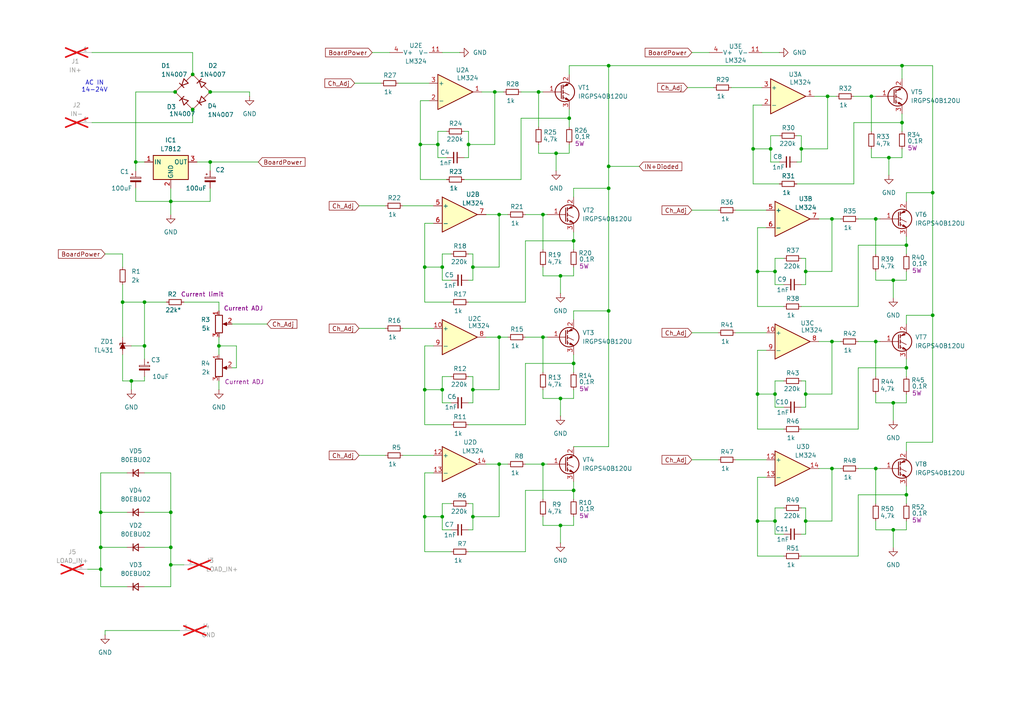
<source format=kicad_sch>
(kicad_sch (version 20250114) (generator "eeschema") (generator_version "9.0")
  (paper "A4")
  (text "AC IN\n14-24V" (at 27.432 25.146 0) (effects (font (size 1.27 1.27))))
  (junction (at 166.37 69.85))
  (junction (at 60.96 26.67))
  (junction (at 41.91 87.63))
  (junction (at 252.73 27.94))
  (junction (at 233.68 114.3))
  (junction (at 137.16 149.86))
  (junction (at 29.21 148.59))
  (junction (at 127 41.91))
  (junction (at 166.37 142.24))
  (junction (at 257.81 45.72))
  (junction (at 224.79 114.3))
  (junction (at 176.53 90.17))
  (junction (at 123.19 113.03))
  (junction (at 254 63.5))
  (junction (at 128.27 77.47))
  (junction (at 166.37 105.41))
  (junction (at 60.96 46.99))
  (junction (at 219.71 78.74))
  (junction (at 223.52 43.18))
  (junction (at 262.89 106.68))
  (junction (at 261.62 19.05))
  (junction (at 144.78 97.79))
  (junction (at 137.16 77.47))
  (junction (at 63.5 100.33))
  (junction (at 157.48 97.79))
  (junction (at 123.19 77.47))
  (junction (at 156.21 26.67))
  (junction (at 41.91 100.33))
  (junction (at 241.3 135.89))
  (junction (at 232.41 43.18))
  (junction (at 55.88 31.75))
  (junction (at 38.1 110.49))
  (junction (at 144.78 134.62))
  (junction (at 176.53 19.05))
  (junction (at 35.56 87.63))
  (junction (at 123.19 149.86))
  (junction (at 29.21 158.75))
  (junction (at 261.62 35.56))
  (junction (at 240.03 27.94))
  (junction (at 157.48 62.23))
  (junction (at 55.88 21.59))
  (junction (at 128.27 113.03))
  (junction (at 49.53 163.83))
  (junction (at 254 99.06))
  (junction (at 259.08 116.84))
  (junction (at 218.44 43.18))
  (junction (at 162.56 152.4))
  (junction (at 233.68 151.13))
  (junction (at 50.8 26.67))
  (junction (at 49.53 148.59))
  (junction (at 241.3 63.5))
  (junction (at 270.51 55.88))
  (junction (at 162.56 115.57))
  (junction (at 262.89 143.51))
  (junction (at 39.37 46.99))
  (junction (at 176.53 48.26))
  (junction (at 162.56 80.01))
  (junction (at 29.21 165.1))
  (junction (at 259.08 153.67))
  (junction (at 165.1 34.29))
  (junction (at 233.68 78.74))
  (junction (at 241.3 99.06))
  (junction (at 224.79 78.74))
  (junction (at 143.51 26.67))
  (junction (at 49.53 158.75))
  (junction (at 128.27 149.86))
  (junction (at 262.89 71.12))
  (junction (at 254 135.89))
  (junction (at 270.51 91.44))
  (junction (at 137.16 113.03))
  (junction (at 259.08 81.28))
  (junction (at 121.92 41.91))
  (junction (at 49.53 58.42))
  (junction (at 157.48 134.62))
  (junction (at 135.89 41.91))
  (junction (at 219.71 114.3))
  (junction (at 161.29 44.45))
  (junction (at 219.71 151.13))
  (junction (at 144.78 62.23))
  (junction (at 176.53 54.61))
  (junction (at 224.79 151.13))
  (wire (pts (xy 36.83 158.75) (xy 29.21 158.75)))
  (wire (pts (xy 144.78 62.23) (xy 144.78 77.47)))
  (wire (pts (xy 151.13 26.67) (xy 156.21 26.67)))
  (wire (pts (xy 144.78 62.23) (xy 147.32 62.23)))
  (wire (pts (xy 135.89 38.1) (xy 135.89 41.91)))
  (wire (pts (xy 224.79 154.94) (xy 224.79 151.13)))
  (wire (pts (xy 49.53 158.75) (xy 49.53 163.83)))
  (wire (pts (xy 129.54 45.72) (xy 127 45.72)))
  (wire (pts (xy 224.79 151.13) (xy 219.71 151.13)))
  (wire (pts (xy 248.92 63.5) (xy 254 63.5)))
  (wire (pts (xy 261.62 19.05) (xy 261.62 22.86)))
  (wire (pts (xy 157.48 115.57) (xy 162.56 115.57)))
  (wire (pts (xy 157.48 62.23) (xy 158.75 62.23)))
  (wire (pts (xy 143.51 26.67) (xy 146.05 26.67)))
  (wire (pts (xy 248.92 161.29) (xy 232.41 161.29)))
  (wire (pts (xy 262.89 93.98) (xy 262.89 91.44)))
  (wire (pts (xy 104.14 95.25) (xy 111.76 95.25)))
  (wire (pts (xy 67.31 93.98) (xy 77.47 93.98)))
  (wire (pts (xy 60.96 49.53) (xy 60.96 46.99)))
  (wire (pts (xy 35.56 102.87) (xy 35.56 110.49)))
  (wire (pts (xy 218.44 43.18) (xy 218.44 30.48)))
  (wire (pts (xy 30.48 73.66) (xy 35.56 73.66)))
  (wire (pts (xy 137.16 109.22) (xy 137.16 113.03)))
  (wire (pts (xy 219.71 66.04) (xy 222.25 66.04)))
  (wire (pts (xy 219.71 101.6) (xy 222.25 101.6)))
  (wire (pts (xy 156.21 44.45) (xy 161.29 44.45)))
  (wire (pts (xy 161.29 44.45) (xy 161.29 49.53)))
  (wire (pts (xy 137.16 116.84) (xy 135.89 116.84)))
  (wire (pts (xy 49.53 158.75) (xy 49.53 148.59)))
  (wire (pts (xy 128.27 113.03) (xy 128.27 109.22)))
  (wire (pts (xy 262.89 104.14) (xy 262.89 106.68)))
  (wire (pts (xy 262.89 58.42) (xy 262.89 55.88)))
  (wire (pts (xy 128.27 149.86) (xy 123.19 149.86)))
  (wire (pts (xy 241.3 135.89) (xy 243.84 135.89)))
  (wire (pts (xy 241.3 135.89) (xy 241.3 151.13)))
  (wire (pts (xy 166.37 67.31) (xy 166.37 69.85)))
  (wire (pts (xy 38.1 110.49) (xy 38.1 113.03)))
  (wire (pts (xy 157.48 149.86) (xy 157.48 152.4)))
  (wire (pts (xy 29.21 148.59) (xy 29.21 137.16)))
  (wire (pts (xy 166.37 115.57) (xy 166.37 113.03)))
  (wire (pts (xy 60.96 46.99) (xy 74.93 46.99)))
  (wire (pts (xy 233.68 118.11) (xy 232.41 118.11)))
  (wire (pts (xy 41.91 87.63) (xy 48.26 87.63)))
  (wire (pts (xy 262.89 128.27) (xy 262.89 130.81)))
  (wire (pts (xy 212.09 25.4) (xy 220.98 25.4)))
  (wire (pts (xy 219.71 88.9) (xy 219.71 78.74)))
  (wire (pts (xy 237.49 63.5) (xy 241.3 63.5)))
  (wire (pts (xy 252.73 27.94) (xy 254 27.94)))
  (wire (pts (xy 224.79 147.32) (xy 227.33 147.32)))
  (wire (pts (xy 241.3 78.74) (xy 233.68 78.74)))
  (wire (pts (xy 165.1 34.29) (xy 151.13 34.29)))
  (wire (pts (xy 144.78 134.62) (xy 144.78 149.86)))
  (wire (pts (xy 166.37 80.01) (xy 166.37 77.47)))
  (wire (pts (xy 144.78 113.03) (xy 137.16 113.03)))
  (wire (pts (xy 232.41 74.93) (xy 233.68 74.93)))
  (wire (pts (xy 241.3 99.06) (xy 241.3 114.3)))
  (wire (pts (xy 41.91 87.63) (xy 41.91 100.33)))
  (wire (pts (xy 166.37 90.17) (xy 176.53 90.17)))
  (wire (pts (xy 262.89 106.68) (xy 248.92 106.68)))
  (wire (pts (xy 49.53 170.18) (xy 41.91 170.18)))
  (wire (pts (xy 157.48 97.79) (xy 158.75 97.79)))
  (wire (pts (xy 152.4 142.24) (xy 152.4 160.02)))
  (wire (pts (xy 116.84 132.08) (xy 125.73 132.08)))
  (wire (pts (xy 259.08 116.84) (xy 259.08 121.92)))
  (wire (pts (xy 220.98 15.24) (xy 226.06 15.24)))
  (wire (pts (xy 127 41.91) (xy 121.92 41.91)))
  (wire (pts (xy 176.53 19.05) (xy 176.53 48.26)))
  (wire (pts (xy 165.1 19.05) (xy 176.53 19.05)))
  (wire (pts (xy 166.37 69.85) (xy 152.4 69.85)))
  (wire (pts (xy 200.66 96.52) (xy 208.28 96.52)))
  (wire (pts (xy 252.73 45.72) (xy 257.81 45.72)))
  (wire (pts (xy 261.62 33.02) (xy 261.62 35.56)))
  (wire (pts (xy 68.58 106.68) (xy 67.31 106.68)))
  (wire (pts (xy 254 135.89) (xy 255.27 135.89)))
  (wire (pts (xy 121.92 41.91) (xy 121.92 29.21)))
  (wire (pts (xy 176.53 48.26) (xy 176.53 54.61)))
  (wire (pts (xy 38.1 100.33) (xy 41.91 100.33)))
  (wire (pts (xy 254 114.3) (xy 254 116.84)))
  (wire (pts (xy 262.89 109.22) (xy 262.89 106.68)))
  (wire (pts (xy 254 99.06) (xy 255.27 99.06)))
  (wire (pts (xy 162.56 115.57) (xy 166.37 115.57)))
  (wire (pts (xy 63.5 100.33) (xy 63.5 102.87)))
  (wire (pts (xy 224.79 114.3) (xy 219.71 114.3)))
  (wire (pts (xy 49.53 58.42) (xy 49.53 62.23)))
  (wire (pts (xy 156.21 26.67) (xy 157.48 26.67)))
  (wire (pts (xy 123.19 149.86) (xy 123.19 137.16)))
  (wire (pts (xy 161.29 44.45) (xy 165.1 44.45)))
  (wire (pts (xy 254 99.06) (xy 254 109.22)))
  (wire (pts (xy 232.41 110.49) (xy 233.68 110.49)))
  (wire (pts (xy 144.78 97.79) (xy 147.32 97.79)))
  (wire (pts (xy 259.08 153.67) (xy 262.89 153.67)))
  (wire (pts (xy 130.81 123.19) (xy 123.19 123.19)))
  (wire (pts (xy 128.27 77.47) (xy 128.27 73.66)))
  (wire (pts (xy 232.41 39.37) (xy 232.41 43.18)))
  (wire (pts (xy 35.56 110.49) (xy 38.1 110.49)))
  (wire (pts (xy 233.68 147.32) (xy 233.68 151.13)))
  (wire (pts (xy 166.37 107.95) (xy 166.37 105.41)))
  (wire (pts (xy 213.36 96.52) (xy 222.25 96.52)))
  (wire (pts (xy 49.53 148.59) (xy 41.91 148.59)))
  (wire (pts (xy 257.81 45.72) (xy 257.81 50.8)))
  (wire (pts (xy 262.89 73.66) (xy 262.89 71.12)))
  (wire (pts (xy 200.66 60.96) (xy 208.28 60.96)))
  (wire (pts (xy 25.4 165.1) (xy 29.21 165.1)))
  (wire (pts (xy 137.16 153.67) (xy 135.89 153.67)))
  (wire (pts (xy 166.37 105.41) (xy 152.4 105.41)))
  (wire (pts (xy 135.89 146.05) (xy 137.16 146.05)))
  (wire (pts (xy 219.71 138.43) (xy 222.25 138.43)))
  (wire (pts (xy 107.95 15.24) (xy 113.03 15.24)))
  (wire (pts (xy 241.3 63.5) (xy 241.3 78.74)))
  (wire (pts (xy 26.67 35.56) (xy 55.88 35.56)))
  (wire (pts (xy 130.81 160.02) (xy 123.19 160.02)))
  (wire (pts (xy 49.53 137.16) (xy 49.53 148.59)))
  (wire (pts (xy 219.71 161.29) (xy 219.71 151.13)))
  (wire (pts (xy 219.71 78.74) (xy 219.71 66.04)))
  (wire (pts (xy 41.91 137.16) (xy 49.53 137.16)))
  (wire (pts (xy 135.89 41.91) (xy 135.89 45.72)))
  (wire (pts (xy 254 81.28) (xy 259.08 81.28)))
  (wire (pts (xy 227.33 124.46) (xy 219.71 124.46)))
  (wire (pts (xy 137.16 146.05) (xy 137.16 149.86)))
  (wire (pts (xy 213.36 133.35) (xy 222.25 133.35)))
  (wire (pts (xy 218.44 53.34) (xy 218.44 43.18)))
  (wire (pts (xy 261.62 35.56) (xy 247.65 35.56)))
  (wire (pts (xy 35.56 87.63) (xy 41.91 87.63)))
  (wire (pts (xy 157.48 134.62) (xy 158.75 134.62)))
  (wire (pts (xy 176.53 48.26) (xy 185.42 48.26)))
  (wire (pts (xy 254 78.74) (xy 254 81.28)))
  (wire (pts (xy 232.41 43.18) (xy 232.41 46.99)))
  (wire (pts (xy 262.89 116.84) (xy 262.89 114.3)))
  (wire (pts (xy 213.36 60.96) (xy 222.25 60.96)))
  (wire (pts (xy 236.22 27.94) (xy 240.03 27.94)))
  (wire (pts (xy 49.53 163.83) (xy 53.34 163.83)))
  (wire (pts (xy 248.92 135.89) (xy 254 135.89)))
  (wire (pts (xy 200.66 133.35) (xy 208.28 133.35)))
  (wire (pts (xy 262.89 146.05) (xy 262.89 143.51)))
  (wire (pts (xy 29.21 165.1) (xy 29.21 170.18)))
  (wire (pts (xy 39.37 54.61) (xy 39.37 58.42)))
  (wire (pts (xy 218.44 30.48) (xy 220.98 30.48)))
  (wire (pts (xy 237.49 135.89) (xy 241.3 135.89)))
  (wire (pts (xy 134.62 38.1) (xy 135.89 38.1)))
  (wire (pts (xy 233.68 110.49) (xy 233.68 114.3)))
  (wire (pts (xy 156.21 41.91) (xy 156.21 44.45)))
  (wire (pts (xy 41.91 110.49) (xy 41.91 109.22)))
  (wire (pts (xy 219.71 114.3) (xy 219.71 101.6)))
  (wire (pts (xy 240.03 27.94) (xy 240.03 43.18)))
  (wire (pts (xy 162.56 152.4) (xy 162.56 157.48)))
  (wire (pts (xy 127 45.72) (xy 127 41.91)))
  (wire (pts (xy 68.58 100.33) (xy 68.58 106.68)))
  (wire (pts (xy 254 151.13) (xy 254 153.67)))
  (wire (pts (xy 254 153.67) (xy 259.08 153.67)))
  (wire (pts (xy 157.48 77.47) (xy 157.48 80.01)))
  (wire (pts (xy 233.68 151.13) (xy 233.68 154.94)))
  (wire (pts (xy 165.1 31.75) (xy 165.1 34.29)))
  (wire (pts (xy 121.92 29.21) (xy 124.46 29.21)))
  (wire (pts (xy 123.19 137.16) (xy 125.73 137.16)))
  (wire (pts (xy 29.21 137.16) (xy 36.83 137.16)))
  (wire (pts (xy 227.33 161.29) (xy 219.71 161.29)))
  (wire (pts (xy 166.37 57.15) (xy 166.37 54.61)))
  (wire (pts (xy 224.79 118.11) (xy 224.79 114.3)))
  (wire (pts (xy 128.27 15.24) (xy 133.35 15.24)))
  (wire (pts (xy 254 116.84) (xy 259.08 116.84)))
  (wire (pts (xy 252.73 43.18) (xy 252.73 45.72)))
  (wire (pts (xy 123.19 160.02) (xy 123.19 149.86)))
  (wire (pts (xy 162.56 115.57) (xy 162.56 120.65)))
  (wire (pts (xy 152.4 69.85) (xy 152.4 87.63)))
  (wire (pts (xy 39.37 58.42) (xy 49.53 58.42)))
  (wire (pts (xy 63.5 97.79) (xy 63.5 100.33)))
  (wire (pts (xy 227.33 154.94) (xy 224.79 154.94)))
  (wire (pts (xy 248.92 99.06) (xy 254 99.06)))
  (wire (pts (xy 270.51 19.05) (xy 270.51 55.88)))
  (wire (pts (xy 130.81 81.28) (xy 128.27 81.28)))
  (wire (pts (xy 224.79 78.74) (xy 224.79 74.93)))
  (wire (pts (xy 157.48 152.4) (xy 162.56 152.4)))
  (wire (pts (xy 143.51 41.91) (xy 135.89 41.91)))
  (wire (pts (xy 39.37 46.99) (xy 41.91 46.99)))
  (wire (pts (xy 232.41 46.99) (xy 231.14 46.99)))
  (wire (pts (xy 55.88 21.59) (xy 55.88 15.24)))
  (wire (pts (xy 162.56 80.01) (xy 166.37 80.01)))
  (wire (pts (xy 116.84 59.69) (xy 125.73 59.69)))
  (wire (pts (xy 123.19 64.77) (xy 125.73 64.77)))
  (wire (pts (xy 226.06 53.34) (xy 218.44 53.34)))
  (wire (pts (xy 240.03 27.94) (xy 242.57 27.94)))
  (wire (pts (xy 247.65 53.34) (xy 231.14 53.34)))
  (wire (pts (xy 176.53 54.61) (xy 176.53 90.17)))
  (wire (pts (xy 262.89 81.28) (xy 262.89 78.74)))
  (wire (pts (xy 60.96 26.67) (xy 72.39 26.67)))
  (wire (pts (xy 219.71 151.13) (xy 219.71 138.43)))
  (wire (pts (xy 152.4 134.62) (xy 157.48 134.62)))
  (wire (pts (xy 254 135.89) (xy 254 146.05)))
  (wire (pts (xy 259.08 153.67) (xy 259.08 158.75)))
  (wire (pts (xy 241.3 99.06) (xy 243.84 99.06)))
  (wire (pts (xy 166.37 144.78) (xy 166.37 142.24)))
  (wire (pts (xy 261.62 19.05) (xy 270.51 19.05)))
  (wire (pts (xy 152.4 160.02) (xy 135.89 160.02)))
  (wire (pts (xy 52.07 182.88) (xy 30.48 182.88)))
  (wire (pts (xy 248.92 106.68) (xy 248.92 124.46)))
  (wire (pts (xy 270.51 91.44) (xy 270.51 128.27)))
  (wire (pts (xy 233.68 154.94) (xy 232.41 154.94)))
  (wire (pts (xy 226.06 46.99) (xy 223.52 46.99)))
  (wire (pts (xy 152.4 62.23) (xy 157.48 62.23)))
  (wire (pts (xy 233.68 74.93) (xy 233.68 78.74)))
  (wire (pts (xy 123.19 77.47) (xy 123.19 64.77)))
  (wire (pts (xy 144.78 134.62) (xy 147.32 134.62)))
  (wire (pts (xy 123.19 100.33) (xy 125.73 100.33)))
  (wire (pts (xy 39.37 49.53) (xy 39.37 46.99)))
  (wire (pts (xy 165.1 21.59) (xy 165.1 19.05)))
  (wire (pts (xy 41.91 100.33) (xy 41.91 104.14)))
  (wire (pts (xy 49.53 163.83) (xy 49.53 170.18)))
  (wire (pts (xy 135.89 45.72) (xy 134.62 45.72)))
  (wire (pts (xy 128.27 153.67) (xy 128.27 149.86)))
  (wire (pts (xy 166.37 129.54) (xy 176.53 129.54)))
  (wire (pts (xy 237.49 99.06) (xy 241.3 99.06)))
  (wire (pts (xy 137.16 73.66) (xy 137.16 77.47)))
  (wire (pts (xy 165.1 36.83) (xy 165.1 34.29)))
  (wire (pts (xy 127 41.91) (xy 127 38.1)))
  (wire (pts (xy 123.19 87.63) (xy 123.19 77.47)))
  (wire (pts (xy 38.1 110.49) (xy 41.91 110.49)))
  (wire (pts (xy 39.37 46.99) (xy 39.37 26.67)))
  (wire (pts (xy 227.33 88.9) (xy 219.71 88.9)))
  (wire (pts (xy 254 63.5) (xy 255.27 63.5)))
  (wire (pts (xy 247.65 35.56) (xy 247.65 53.34)))
  (wire (pts (xy 262.89 153.67) (xy 262.89 151.13)))
  (wire (pts (xy 115.57 24.13) (xy 124.46 24.13)))
  (wire (pts (xy 176.53 19.05) (xy 261.62 19.05)))
  (wire (pts (xy 123.19 113.03) (xy 123.19 100.33)))
  (wire (pts (xy 140.97 97.79) (xy 144.78 97.79)))
  (wire (pts (xy 262.89 91.44) (xy 270.51 91.44)))
  (wire (pts (xy 41.91 158.75) (xy 49.53 158.75)))
  (wire (pts (xy 140.97 62.23) (xy 144.78 62.23)))
  (wire (pts (xy 233.68 78.74) (xy 233.68 82.55)))
  (wire (pts (xy 49.53 58.42) (xy 60.96 58.42)))
  (wire (pts (xy 176.53 90.17) (xy 176.53 129.54)))
  (wire (pts (xy 128.27 73.66) (xy 130.81 73.66)))
  (wire (pts (xy 35.56 82.55) (xy 35.56 87.63)))
  (wire (pts (xy 157.48 97.79) (xy 157.48 107.95)))
  (wire (pts (xy 224.79 114.3) (xy 224.79 110.49)))
  (wire (pts (xy 259.08 116.84) (xy 262.89 116.84)))
  (wire (pts (xy 152.4 97.79) (xy 157.48 97.79)))
  (wire (pts (xy 240.03 43.18) (xy 232.41 43.18)))
  (wire (pts (xy 129.54 52.07) (xy 121.92 52.07)))
  (wire (pts (xy 241.3 63.5) (xy 243.84 63.5)))
  (wire (pts (xy 232.41 147.32) (xy 233.68 147.32)))
  (wire (pts (xy 128.27 146.05) (xy 130.81 146.05)))
  (wire (pts (xy 121.92 52.07) (xy 121.92 41.91)))
  (wire (pts (xy 123.19 123.19) (xy 123.19 113.03)))
  (wire (pts (xy 152.4 105.41) (xy 152.4 123.19)))
  (wire (pts (xy 248.92 124.46) (xy 232.41 124.46)))
  (wire (pts (xy 223.52 43.18) (xy 223.52 39.37)))
  (wire (pts (xy 241.3 114.3) (xy 233.68 114.3)))
  (wire (pts (xy 39.37 26.67) (xy 50.8 26.67)))
  (wire (pts (xy 262.89 71.12) (xy 248.92 71.12)))
  (wire (pts (xy 157.48 113.03) (xy 157.48 115.57)))
  (wire (pts (xy 128.27 109.22) (xy 130.81 109.22)))
  (wire (pts (xy 60.96 58.42) (xy 60.96 54.61)))
  (wire (pts (xy 270.51 55.88) (xy 270.51 91.44)))
  (wire (pts (xy 257.81 45.72) (xy 261.62 45.72)))
  (wire (pts (xy 262.89 140.97) (xy 262.89 143.51)))
  (wire (pts (xy 231.14 39.37) (xy 232.41 39.37)))
  (wire (pts (xy 248.92 88.9) (xy 232.41 88.9)))
  (wire (pts (xy 144.78 149.86) (xy 137.16 149.86)))
  (wire (pts (xy 166.37 142.24) (xy 152.4 142.24)))
  (wire (pts (xy 252.73 27.94) (xy 252.73 38.1)))
  (wire (pts (xy 157.48 62.23) (xy 157.48 72.39)))
  (wire (pts (xy 152.4 123.19) (xy 135.89 123.19)))
  (wire (pts (xy 254 63.5) (xy 254 73.66)))
  (wire (pts (xy 137.16 81.28) (xy 135.89 81.28)))
  (wire (pts (xy 259.08 81.28) (xy 259.08 86.36)))
  (wire (pts (xy 157.48 80.01) (xy 162.56 80.01)))
  (wire (pts (xy 104.14 59.69) (xy 111.76 59.69)))
  (wire (pts (xy 144.78 77.47) (xy 137.16 77.47)))
  (wire (pts (xy 135.89 73.66) (xy 137.16 73.66)))
  (wire (pts (xy 270.51 128.27) (xy 262.89 128.27)))
  (wire (pts (xy 29.21 148.59) (xy 29.21 158.75)))
  (wire (pts (xy 224.79 151.13) (xy 224.79 147.32)))
  (wire (pts (xy 166.37 72.39) (xy 166.37 69.85)))
  (wire (pts (xy 72.39 26.67) (xy 72.39 27.94)))
  (wire (pts (xy 157.48 134.62) (xy 157.48 144.78)))
  (wire (pts (xy 165.1 44.45) (xy 165.1 41.91)))
  (wire (pts (xy 143.51 26.67) (xy 143.51 41.91)))
  (wire (pts (xy 63.5 110.49) (xy 63.5 113.03)))
  (wire (pts (xy 151.13 34.29) (xy 151.13 52.07)))
  (wire (pts (xy 55.88 31.75) (xy 55.88 35.56)))
  (wire (pts (xy 233.68 114.3) (xy 233.68 118.11)))
  (wire (pts (xy 29.21 170.18) (xy 36.83 170.18)))
  (wire (pts (xy 224.79 78.74) (xy 219.71 78.74)))
  (wire (pts (xy 60.96 46.99) (xy 57.15 46.99)))
  (wire (pts (xy 241.3 151.13) (xy 233.68 151.13)))
  (wire (pts (xy 140.97 134.62) (xy 144.78 134.62)))
  (wire (pts (xy 166.37 102.87) (xy 166.37 105.41)))
  (wire (pts (xy 162.56 80.01) (xy 162.56 85.09)))
  (wire (pts (xy 166.37 92.71) (xy 166.37 90.17)))
  (wire (pts (xy 102.87 24.13) (xy 110.49 24.13)))
  (wire (pts (xy 137.16 77.47) (xy 137.16 81.28)))
  (wire (pts (xy 130.81 116.84) (xy 128.27 116.84)))
  (wire (pts (xy 223.52 43.18) (xy 218.44 43.18)))
  (wire (pts (xy 128.27 77.47) (xy 123.19 77.47)))
  (wire (pts (xy 135.89 109.22) (xy 137.16 109.22)))
  (wire (pts (xy 224.79 74.93) (xy 227.33 74.93)))
  (wire (pts (xy 104.14 132.08) (xy 111.76 132.08)))
  (wire (pts (xy 261.62 45.72) (xy 261.62 43.18)))
  (wire (pts (xy 151.13 52.07) (xy 134.62 52.07)))
  (wire (pts (xy 156.21 26.67) (xy 156.21 36.83)))
  (wire (pts (xy 261.62 38.1) (xy 261.62 35.56)))
  (wire (pts (xy 227.33 82.55) (xy 224.79 82.55)))
  (wire (pts (xy 262.89 55.88) (xy 270.51 55.88)))
  (wire (pts (xy 248.92 71.12) (xy 248.92 88.9)))
  (wire (pts (xy 219.71 124.46) (xy 219.71 114.3)))
  (wire (pts (xy 248.92 143.51) (xy 248.92 161.29)))
  (wire (pts (xy 116.84 95.25) (xy 125.73 95.25)))
  (wire (pts (xy 26.67 15.24) (xy 55.88 15.24)))
  (wire (pts (xy 139.7 26.67) (xy 143.51 26.67)))
  (wire (pts (xy 247.65 27.94) (xy 252.73 27.94)))
  (wire (pts (xy 30.48 182.88) (xy 30.48 184.15)))
  (wire (pts (xy 63.5 87.63) (xy 53.34 87.63)))
  (wire (pts (xy 130.81 153.67) (xy 128.27 153.67)))
  (wire (pts (xy 137.16 149.86) (xy 137.16 153.67)))
  (wire (pts (xy 223.52 46.99) (xy 223.52 43.18)))
  (wire (pts (xy 35.56 87.63) (xy 35.56 97.79)))
  (wire (pts (xy 262.89 143.51) (xy 248.92 143.51)))
  (wire (pts (xy 127 38.1) (xy 129.54 38.1)))
  (wire (pts (xy 166.37 152.4) (xy 166.37 149.86)))
  (wire (pts (xy 223.52 39.37) (xy 226.06 39.37)))
  (wire (pts (xy 49.53 54.61) (xy 49.53 58.42)))
  (wire (pts (xy 63.5 100.33) (xy 68.58 100.33)))
  (wire (pts (xy 200.66 15.24) (xy 205.74 15.24)))
  (wire (pts (xy 166.37 54.61) (xy 176.53 54.61)))
  (wire (pts (xy 130.81 87.63) (xy 123.19 87.63)))
  (wire (pts (xy 224.79 110.49) (xy 227.33 110.49)))
  (wire (pts (xy 128.27 81.28) (xy 128.27 77.47)))
  (wire (pts (xy 137.16 113.03) (xy 137.16 116.84)))
  (wire (pts (xy 36.83 148.59) (xy 29.21 148.59)))
  (wire (pts (xy 128.27 149.86) (xy 128.27 146.05)))
  (wire (pts (xy 224.79 82.55) (xy 224.79 78.74)))
  (wire (pts (xy 128.27 116.84) (xy 128.27 113.03)))
  (wire (pts (xy 144.78 97.79) (xy 144.78 113.03)))
  (wire (pts (xy 35.56 73.66) (xy 35.56 77.47)))
  (wire (pts (xy 166.37 139.7) (xy 166.37 142.24)))
  (wire (pts (xy 262.89 68.58) (xy 262.89 71.12)))
  (wire (pts (xy 199.39 25.4) (xy 207.01 25.4)))
  (wire (pts (xy 128.27 113.03) (xy 123.19 113.03)))
  (wire (pts (xy 259.08 81.28) (xy 262.89 81.28)))
  (wire (pts (xy 227.33 118.11) (xy 224.79 118.11)))
  (wire (pts (xy 63.5 90.17) (xy 63.5 87.63)))
  (wire (pts (xy 233.68 82.55) (xy 232.41 82.55)))
  (wire (pts (xy 152.4 87.63) (xy 135.89 87.63)))
  (wire (pts (xy 29.21 158.75) (xy 29.21 165.1)))
  (wire (pts (xy 162.56 152.4) (xy 166.37 152.4)))
  (global_label "Ch_Adj" (shape input) (at 200.66 133.35 180) (property "Intersheetrefs" "${INTERSHEET_REFS}" (effects (hide yes))))
  (global_label "BoardPower" (shape input) (at 107.95 15.24 180) (property "Intersheetrefs" "${INTERSHEET_REFS}" (effects (hide yes))))
  (global_label "IN+Dioded" (shape input) (at 185.42 48.26 0) (property "Intersheetrefs" "${INTERSHEET_REFS}" (effects (hide yes))))
  (global_label "Ch_Adj" (shape input) (at 102.87 24.13 180) (property "Intersheetrefs" "${INTERSHEET_REFS}" (effects (hide yes))))
  (global_label "Ch_Adj" (shape input) (at 104.14 95.25 180) (property "Intersheetrefs" "${INTERSHEET_REFS}" (effects (hide yes))))
  (global_label "Ch_Adj" (shape input) (at 199.39 25.4 180) (property "Intersheetrefs" "${INTERSHEET_REFS}" (effects (hide yes))))
  (global_label "Ch_Adj" (shape input) (at 200.66 96.52 180) (property "Intersheetrefs" "${INTERSHEET_REFS}" (effects (hide yes))))
  (global_label "Ch_Adj" (shape input) (at 200.66 60.96 180) (property "Intersheetrefs" "${INTERSHEET_REFS}" (effects (hide yes))))
  (global_label "Ch_Adj" (shape input) (at 77.47 93.98 0) (property "Intersheetrefs" "${INTERSHEET_REFS}" (effects (hide yes))))
  (global_label "Ch_Adj" (shape input) (at 104.14 132.08 180) (property "Intersheetrefs" "${INTERSHEET_REFS}" (effects (hide yes))))
  (global_label "Ch_Adj" (shape input) (at 104.14 59.69 180) (property "Intersheetrefs" "${INTERSHEET_REFS}" (effects (hide yes))))
  (global_label "BoardPower" (shape input) (at 200.66 15.24 180) (property "Intersheetrefs" "${INTERSHEET_REFS}" (effects (hide yes))))
  (global_label "BoardPower" (shape input) (at 74.93 46.99 0) (property "Intersheetrefs" "${INTERSHEET_REFS}" (effects (hide yes))))
  (global_label "BoardPower" (shape input) (at 30.48 73.66 180) (property "Intersheetrefs" "${INTERSHEET_REFS}" (effects (hide yes))))
  (symbol (lib_id "Device:R_Small") (at 133.35 73.66 90) (unit 1)
    (property "Reference" "R18" (at 135.382 71.374 90) (effects (justify left)))
    (property "Value" "220k" (at 135.636 75.946 90) (effects (justify left)))
    (property "Footprint" "Resistor_THT:R_Axial_DIN0204_L3.6mm_D1.6mm_P7.62mm_Horizontal" (effects (hide yes)))
    (property "Description" "Resistor, small symbol" (effects (hide yes)))
  )
  (symbol (lib_id "Device:R_Small") (at 157.48 147.32 180) (unit 1)
    (property "Reference" "R9" (at 162.814 146.304 0) (effects (justify left)))
    (property "Value" "4,7k" (at 163.068 148.336 0) (effects (justify left)))
    (property "Footprint" "Resistor_THT:R_Axial_DIN0204_L3.6mm_D1.6mm_P7.62mm_Horizontal" (effects (hide yes)))
    (property "Description" "Resistor, small symbol" (effects (hide yes)))
  )
  (symbol (lib_id "Device:R_Small") (at 252.73 40.64 180) (unit 1)
    (property "Reference" "R33" (at 258.064 39.624 0) (effects (justify left)))
    (property "Value" "4,7k" (at 258.318 41.656 0) (effects (justify left)))
    (property "Footprint" "Resistor_THT:R_Axial_DIN0204_L3.6mm_D1.6mm_P7.62mm_Horizontal" (effects (hide yes)))
    (property "Description" "Resistor, small symbol" (effects (hide yes)))
  )
  (symbol (lib_id "Device:C_Polarized_Small") (at 41.91 106.68 0) (mirror y) (unit 1)
    (property "Reference" "C3" (at 46.482 104.394 0) (effects (justify left)))
    (property "Value" "10uF" (at 49.022 109.22 0) (effects (justify left)))
    (property "Footprint" "Capacitor_THT:CP_Radial_D5.0mm_P2.50mm" (effects (hide yes)))
    (property "Description" "Polarized capacitor, small symbol" (effects (hide yes)))
  )
  (symbol (lib_id "Device:R_Small") (at 149.86 97.79 90) (unit 1)
    (property "Reference" "R15" (at 151.892 95.504 90) (effects (justify left)))
    (property "Value" "1k" (at 150.622 100.33 90) (effects (justify left)))
    (property "Footprint" "Resistor_THT:R_Axial_DIN0204_L3.6mm_D1.6mm_P7.62mm_Horizontal" (effects (hide yes)))
    (property "Description" "Resistor, small symbol" (effects (hide yes)))
  )
  (symbol (lib_id "Amplifier_Operational:LM324") (at 133.35 97.79 0) (unit 3)
    (property "Reference" "U2" (at 137.668 92.456 0))
    (property "Value" "LM324" (at 138.938 94.488 0))
    (property "Footprint" "Package_DIP:DIP-14_W7.62mm_LongPads" (effects (hide yes)))
    (property "Datasheet" "http://www.ti.com/lit/ds/symlink/lm2902-n.pdf" (effects (hide yes)))
    (property "Description" "Low-Power, Quad-Operational Amplifiers, DIP-14/SOIC-14/SSOP-14" (effects (hide yes)))
  )
  (symbol (lib_id "Device:R_Small") (at 262.89 148.59 180) (unit 1)
    (property "Reference" "R52" (at 268.224 147.066 0) (effects (justify left)))
    (property "Value" "0,1R" (at 268.986 148.844 0) (effects (justify left)))
    (property "Footprint" "Resistor_THT:R_Axial_DIN0309_L9.0mm_D3.2mm_P25.40mm_Horizontal" (effects (hide yes)))
    (property "Description" "5W" (at 265.938 150.876 0))
  )
  (symbol (lib_id "Device:R_Small") (at 228.6 39.37 90) (unit 1)
    (property "Reference" "R30" (at 230.632 37.084 90) (effects (justify left)))
    (property "Value" "220k" (at 230.886 41.656 90) (effects (justify left)))
    (property "Footprint" "Resistor_THT:R_Axial_DIN0204_L3.6mm_D1.6mm_P7.62mm_Horizontal" (effects (hide yes)))
    (property "Description" "Resistor, small symbol" (effects (hide yes)))
  )
  (symbol (lib_id "Connector:Conn_01x01_Socket") (at 21.59 15.24 180) (unit 1) (in_bom no) (dnp yes)
    (property "Reference" "J1" (at 21.844 17.78 0))
    (property "Value" "IN+" (at 21.844 20.32 0))
    (property "Footprint" "Connector_Wire:SolderWire-2.5sqmm_1x01_D2.4mm_OD4.4mm" (effects (hide yes)))
    (property "Description" "Generic connector, single row, 01x01, script generated" (effects (hide yes)))
  )
  (symbol (lib_id "power:GND") (at 257.81 50.8 0) (unit 1)
    (property "Reference" "#PWR011" (effects (hide yes)))
    (property "Value" "GND" (at 257.81 55.88 0))
    (property "Description" "Power symbol creates a global label with name \"GND\" , ground" (effects (hide yes)))
  )
  (symbol (lib_id "Device:R_Small") (at 165.1 39.37 180) (unit 1)
    (property "Reference" "R26" (at 170.434 37.846 0) (effects (justify left)))
    (property "Value" "0,1R" (at 171.196 39.624 0) (effects (justify left)))
    (property "Footprint" "Resistor_THT:R_Axial_DIN0309_L9.0mm_D3.2mm_P25.40mm_Horizontal" (effects (hide yes)))
    (property "Description" "5W" (at 168.148 41.656 0))
  )
  (symbol (lib_id "Amplifier_Operational:LM324") (at 133.35 62.23 0) (unit 2)
    (property "Reference" "U2" (at 137.16 56.388 0))
    (property "Value" "LM324" (at 137.16 58.928 0))
    (property "Footprint" "Package_DIP:DIP-14_W7.62mm_LongPads" (effects (hide yes)))
    (property "Datasheet" "http://www.ti.com/lit/ds/symlink/lm2902-n.pdf" (effects (hide yes)))
    (property "Description" "Low-Power, Quad-Operational Amplifiers, DIP-14/SOIC-14/SSOP-14" (effects (hide yes)))
  )
  (symbol (lib_id "Amplifier_Operational:LM324") (at 132.08 26.67 0) (unit 1)
    (property "Reference" "U2" (at 134.112 20.32 0))
    (property "Value" "LM324" (at 135.636 22.606 0))
    (property "Footprint" "Package_DIP:DIP-14_W7.62mm_LongPads" (effects (hide yes)))
    (property "Datasheet" "http://www.ti.com/lit/ds/symlink/lm2902-n.pdf" (effects (hide yes)))
    (property "Description" "Low-Power, Quad-Operational Amplifiers, DIP-14/SOIC-14/SSOP-14" (effects (hide yes)))
  )
  (symbol (lib_id "Device:R_Small") (at 149.86 134.62 90) (unit 1)
    (property "Reference" "R8" (at 151.892 132.334 90) (effects (justify left)))
    (property "Value" "1k" (at 150.622 137.16 90) (effects (justify left)))
    (property "Footprint" "Resistor_THT:R_Axial_DIN0204_L3.6mm_D1.6mm_P7.62mm_Horizontal" (effects (hide yes)))
    (property "Description" "Resistor, small symbol" (effects (hide yes)))
  )
  (symbol (lib_id "Device:R_Small") (at 114.3 95.25 90) (unit 1)
    (property "Reference" "R16" (at 116.332 92.964 90) (effects (justify left)))
    (property "Value" "1k" (at 115.062 97.79 90) (effects (justify left)))
    (property "Footprint" "Resistor_THT:R_Axial_DIN0204_L3.6mm_D1.6mm_P7.62mm_Horizontal" (effects (hide yes)))
    (property "Description" "Resistor, small symbol" (effects (hide yes)))
  )
  (symbol (lib_id "Connector:Conn_01x01_Socket") (at 21.59 35.56 180) (unit 1) (in_bom no) (dnp yes)
    (property "Reference" "J2" (at 22.225 30.48 0))
    (property "Value" "IN-" (at 22.225 33.02 0))
    (property "Footprint" "Connector_Wire:SolderWire-2.5sqmm_1x01_D2.4mm_OD4.4mm" (effects (hide yes)))
    (property "Description" "Generic connector, single row, 01x01, script generated" (effects (hide yes)))
  )
  (symbol (lib_id "Device:C_Small") (at 229.87 118.11 270) (unit 1)
    (property "Reference" "C10" (at 226.822 116.586 90))
    (property "Value" "1nF" (at 227.076 119.634 90))
    (property "Footprint" "Capacitor_THT:C_Axial_L3.8mm_D2.6mm_P7.50mm_Horizontal" (effects (hide yes)))
    (property "Description" "Unpolarized capacitor, small symbol" (effects (hide yes)))
  )
  (symbol (lib_id "Device:R_Small") (at 113.03 24.13 90) (unit 1)
    (property "Reference" "R27" (at 115.062 21.844 90) (effects (justify left)))
    (property "Value" "1k" (at 113.792 26.67 90) (effects (justify left)))
    (property "Footprint" "Resistor_THT:R_Axial_DIN0204_L3.6mm_D1.6mm_P7.62mm_Horizontal" (effects (hide yes)))
    (property "Description" "Resistor, small symbol" (effects (hide yes)))
  )
  (symbol (lib_id "Device:R_Potentiometer") (at 63.5 93.98 0) (unit 1)
    (property "Reference" "R3" (at 60.96 92.7099 0) (effects (justify right)))
    (property "Value" "5k" (at 60.96 95.2499 0) (effects (justify right)))
    (property "Footprint" "Potentiometer_THT:Potentiometer_Bourns_3386F_Vertical" (effects (hide yes)))
    (property "Description" "Current ADJ" (at 70.612 89.408 0))
  )
  (symbol (lib_id "Device:R_Small") (at 262.89 76.2 180) (unit 1)
    (property "Reference" "R40" (at 268.224 74.676 0) (effects (justify left)))
    (property "Value" "0,1R" (at 268.986 76.454 0) (effects (justify left)))
    (property "Footprint" "Resistor_THT:R_Axial_DIN0309_L9.0mm_D3.2mm_P25.40mm_Horizontal" (effects (hide yes)))
    (property "Description" "5W" (at 265.938 78.486 0))
  )
  (symbol (lib_id "Device:R_Small") (at 133.35 87.63 90) (unit 1)
    (property "Reference" "R17" (at 135.382 85.344 90) (effects (justify left)))
    (property "Value" "1k" (at 134.112 90.17 90) (effects (justify left)))
    (property "Footprint" "Resistor_THT:R_Axial_DIN0204_L3.6mm_D1.6mm_P7.62mm_Horizontal" (effects (hide yes)))
    (property "Description" "Resistor, small symbol" (effects (hide yes)))
  )
  (symbol (lib_id "Device:R_Small") (at 229.87 161.29 90) (unit 1)
    (property "Reference" "R51" (at 231.902 159.004 90) (effects (justify left)))
    (property "Value" "1k" (at 230.632 163.83 90) (effects (justify left)))
    (property "Footprint" "Resistor_THT:R_Axial_DIN0204_L3.6mm_D1.6mm_P7.62mm_Horizontal" (effects (hide yes)))
    (property "Description" "Resistor, small symbol" (effects (hide yes)))
  )
  (symbol (lib_id "Device:C_Small") (at 133.35 153.67 270) (unit 1)
    (property "Reference" "C7" (at 130.302 152.146 90))
    (property "Value" "1nF" (at 130.556 155.194 90))
    (property "Footprint" "Capacitor_THT:C_Axial_L3.8mm_D2.6mm_P7.50mm_Horizontal" (effects (hide yes)))
    (property "Description" "Unpolarized capacitor, small symbol" (effects (hide yes)))
  )
  (symbol (lib_id "Regulator_Linear:L7812") (at 49.53 46.99 0) (unit 1)
    (property "Reference" "IC1" (at 49.53 40.64 0))
    (property "Value" "L7812" (at 49.53 43.18 0))
    (property "Footprint" "Package_TO_SOT_THT:TO-220-3_Vertical" (effects (hide yes)))
    (property "Datasheet" "http://www.st.com/content/ccc/resource/technical/document/datasheet/41/4f/b3/b0/12/d4/47/88/CD00000444.pdf/files/CD00000444.pdf/jcr:content/translations/en.CD00000444.pdf" (effects (hide yes)))
    (property "Description" "Positive 1.5A 35V Linear Regulator, Fixed Output 12V, TO-220/TO-263/TO-252" (effects (hide yes)))
  )
  (symbol (lib_id "Device:R_Small") (at 261.62 40.64 180) (unit 1)
    (property "Reference" "R34" (at 266.954 39.116 0) (effects (justify left)))
    (property "Value" "0,1R" (at 267.716 40.894 0) (effects (justify left)))
    (property "Footprint" "Resistor_THT:R_Axial_DIN0309_L9.0mm_D3.2mm_P25.40mm_Horizontal" (effects (hide yes)))
    (property "Description" "5W" (at 264.668 42.926 0))
  )
  (symbol (lib_id "Device:R_Small") (at 132.08 52.07 90) (unit 1)
    (property "Reference" "R23" (at 134.112 49.784 90) (effects (justify left)))
    (property "Value" "1k" (at 132.842 54.61 90) (effects (justify left)))
    (property "Footprint" "Resistor_THT:R_Axial_DIN0204_L3.6mm_D1.6mm_P7.62mm_Horizontal" (effects (hide yes)))
    (property "Description" "Resistor, small symbol" (effects (hide yes)))
  )
  (symbol (lib_id "power:GND") (at 63.5 113.03 0) (unit 1)
    (property "Reference" "#PWR04" (effects (hide yes)))
    (property "Value" "GND" (at 63.5 118.11 0))
    (property "Description" "Power symbol creates a global label with name \"GND\" , ground" (effects (hide yes)))
  )
  (symbol (lib_id "Device:R_Small") (at 133.35 123.19 90) (unit 1)
    (property "Reference" "R11" (at 135.382 120.904 90) (effects (justify left)))
    (property "Value" "1k" (at 134.112 125.73 90) (effects (justify left)))
    (property "Footprint" "Resistor_THT:R_Axial_DIN0204_L3.6mm_D1.6mm_P7.62mm_Horizontal" (effects (hide yes)))
    (property "Description" "Resistor, small symbol" (effects (hide yes)))
  )
  (symbol (lib_id "Device:R_Potentiometer") (at 63.5 106.68 0) (unit 1)
    (property "Reference" "R4" (at 60.96 105.4099 0) (effects (justify right)))
    (property "Value" "2k" (at 60.96 107.9499 0) (effects (justify right)))
    (property "Footprint" "Potentiometer_THT:Potentiometer_Bourns_3386F_Vertical" (effects (hide yes)))
    (property "Description" "Current ADJ" (at 70.866 110.744 0))
  )
  (symbol (lib_id "Device:R_Small") (at 254 148.59 180) (unit 1)
    (property "Reference" "R50" (at 259.334 147.574 0) (effects (justify left)))
    (property "Value" "4,7k" (at 259.588 149.606 0) (effects (justify left)))
    (property "Footprint" "Resistor_THT:R_Axial_DIN0204_L3.6mm_D1.6mm_P7.62mm_Horizontal" (effects (hide yes)))
    (property "Description" "Resistor, small symbol" (effects (hide yes)))
  )
  (symbol (lib_id "Device:R_Small") (at 246.38 63.5 90) (unit 1)
    (property "Reference" "R35" (at 248.412 61.214 90) (effects (justify left)))
    (property "Value" "1k" (at 247.142 66.04 90) (effects (justify left)))
    (property "Footprint" "Resistor_THT:R_Axial_DIN0204_L3.6mm_D1.6mm_P7.62mm_Horizontal" (effects (hide yes)))
    (property "Description" "Resistor, small symbol" (effects (hide yes)))
  )
  (symbol (lib_id "Device:R_Small") (at 209.55 25.4 90) (unit 1)
    (property "Reference" "R29" (at 211.582 23.114 90) (effects (justify left)))
    (property "Value" "1k" (at 210.312 27.94 90) (effects (justify left)))
    (property "Footprint" "Resistor_THT:R_Axial_DIN0204_L3.6mm_D1.6mm_P7.62mm_Horizontal" (effects (hide yes)))
    (property "Description" "Resistor, small symbol" (effects (hide yes)))
  )
  (symbol (lib_id "Device:R_Small") (at 210.82 60.96 90) (unit 1)
    (property "Reference" "R36" (at 212.852 58.674 90) (effects (justify left)))
    (property "Value" "1k" (at 211.582 63.5 90) (effects (justify left)))
    (property "Footprint" "Resistor_THT:R_Axial_DIN0204_L3.6mm_D1.6mm_P7.62mm_Horizontal" (effects (hide yes)))
    (property "Description" "Resistor, small symbol" (effects (hide yes)))
  )
  (symbol (lib_id "Device:R_Small") (at 35.56 80.01 0) (unit 1)
    (property "Reference" "R1" (at 38.1 78.7399 0) (effects (justify left)))
    (property "Value" "2k" (at 38.1 81.2799 0) (effects (justify left)))
    (property "Footprint" "Resistor_THT:R_Axial_DIN0204_L3.6mm_D1.6mm_P7.62mm_Horizontal" (effects (hide yes)))
    (property "Description" "Resistor, small symbol" (effects (hide yes)))
  )
  (symbol (lib_id "Device:R_Small") (at 50.8 87.63 90) (unit 1)
    (property "Reference" "R2" (at 51.308 85.344 90) (effects (justify left)))
    (property "Value" "22k*" (at 52.578 89.916 90) (effects (justify left)))
    (property "Footprint" "Resistor_THT:R_Axial_DIN0204_L3.6mm_D1.6mm_P7.62mm_Horizontal" (effects (hide yes)))
    (property "Description" "Current limit" (at 58.674 85.344 90))
  )
  (symbol (lib_id "power:GND") (at 162.56 120.65 0) (unit 1)
    (property "Reference" "#PWR08" (effects (hide yes)))
    (property "Value" "GND" (at 162.56 125.73 0))
    (property "Description" "Power symbol creates a global label with name \"GND\" , ground" (effects (hide yes)))
  )
  (symbol (lib_id "Transistor_IGBT:IRG4PF50W") (at 163.83 62.23 0) (unit 1)
    (property "Reference" "VT2" (at 168.91 60.9599 0) (effects (justify left)))
    (property "Value" "IRGPS40B120U" (at 168.91 63.4999 0) (effects (justify left)))
    (property "Footprint" "Package_TO_SOT_THT:TO-247-3_Vertical" (effects (hide yes)))
    (property "Datasheet" "http://www.irf.com/product-info/datasheets/data/irg4pf50w.pdf" (effects (hide yes)))
    (property "Description" "28A, 900V, N-Channel IGBT" (effects (hide yes)))
  )
  (symbol (lib_id "Device:C_Small") (at 229.87 82.55 270) (unit 1)
    (property "Reference" "C9" (at 226.822 81.026 90))
    (property "Value" "1nF" (at 227.076 84.074 90))
    (property "Footprint" "Capacitor_THT:C_Axial_L3.8mm_D2.6mm_P7.50mm_Horizontal" (effects (hide yes)))
    (property "Description" "Unpolarized capacitor, small symbol" (effects (hide yes)))
  )
  (symbol (lib_id "power:GND") (at 259.08 121.92 0) (unit 1)
    (property "Reference" "#PWR013" (effects (hide yes)))
    (property "Value" "GND" (at 259.08 127 0))
    (property "Description" "Power symbol creates a global label with name \"GND\" , ground" (effects (hide yes)))
  )
  (symbol (lib_id "Device:D_Small") (at 39.37 148.59 0) (unit 1)
    (property "Reference" "VD4" (at 39.37 142.24 0))
    (property "Value" "80EBU02" (at 39.37 144.78 0))
    (property "Footprint" "Package_TO_SOT_THT:TO-247-3_Vertical" (effects (hide yes)))
    (property "Description" "Diode, small symbol" (effects (hide yes)))
    (property "Sim.Device" "D" (effects (hide yes)))
    (property "Sim.Pins" "1=K 2=A" (effects (hide yes)))
  )
  (symbol (lib_id "Device:C_Small") (at 132.08 45.72 270) (unit 1)
    (property "Reference" "C4" (at 129.032 44.196 90))
    (property "Value" "1nF" (at 129.286 47.244 90))
    (property "Footprint" "Capacitor_THT:C_Axial_L3.8mm_D2.6mm_P7.50mm_Horizontal" (effects (hide yes)))
    (property "Description" "Unpolarized capacitor, small symbol" (effects (hide yes)))
  )
  (symbol (lib_id "power:GND") (at 226.06 15.24 90) (unit 1)
    (property "Reference" "#PWR010" (effects (hide yes)))
    (property "Value" "GND" (at 229.87 15.2399 90) (effects (justify right)))
    (property "Description" "Power symbol creates a global label with name \"GND\" , ground" (effects (hide yes)))
  )
  (symbol (lib_id "Amplifier_Operational:LM324") (at 133.35 134.62 0) (unit 4)
    (property "Reference" "U2" (at 136.398 128.27 0))
    (property "Value" "LM324" (at 137.16 130.81 0))
    (property "Footprint" "Package_DIP:DIP-14_W7.62mm_LongPads" (effects (hide yes)))
    (property "Datasheet" "http://www.ti.com/lit/ds/symlink/lm2902-n.pdf" (effects (hide yes)))
    (property "Description" "Low-Power, Quad-Operational Amplifiers, DIP-14/SOIC-14/SSOP-14" (effects (hide yes)))
  )
  (symbol (lib_id "Reference_Voltage:TL431LP") (at 35.56 100.33 270) (mirror x) (unit 1)
    (property "Reference" "ZD1" (at 33.02 99.0599 90) (effects (justify right)))
    (property "Value" "TL431" (at 33.02 101.5999 90) (effects (justify right)))
    (property "Footprint" "Package_TO_SOT_THT:TO-92_Inline" (effects (hide yes)))
    (property "Datasheet" "http://www.ti.com/lit/ds/symlink/tl431.pdf" (effects (hide yes)))
    (property "Description" "Shunt Regulator, TO-92" (effects (hide yes)))
  )
  (symbol (lib_id "Device:R_Small") (at 133.35 160.02 90) (unit 1)
    (property "Reference" "R7" (at 135.382 157.734 90) (effects (justify left)))
    (property "Value" "1k" (at 134.112 162.56 90) (effects (justify left)))
    (property "Footprint" "Resistor_THT:R_Axial_DIN0204_L3.6mm_D1.6mm_P7.62mm_Horizontal" (effects (hide yes)))
    (property "Description" "Resistor, small symbol" (effects (hide yes)))
  )
  (symbol (lib_id "Amplifier_Operational:LM324") (at 229.87 99.06 0) (unit 3)
    (property "Reference" "U3" (at 234.188 93.726 0))
    (property "Value" "LM324" (at 235.458 95.758 0))
    (property "Footprint" "Package_DIP:DIP-14_W7.62mm_LongPads" (effects (hide yes)))
    (property "Datasheet" "http://www.ti.com/lit/ds/symlink/lm2902-n.pdf" (effects (hide yes)))
    (property "Description" "Low-Power, Quad-Operational Amplifiers, DIP-14/SOIC-14/SSOP-14" (effects (hide yes)))
  )
  (symbol (lib_id "power:GND") (at 259.08 158.75 0) (unit 1)
    (property "Reference" "#PWR014" (effects (hide yes)))
    (property "Value" "GND" (at 259.08 163.83 0))
    (property "Description" "Power symbol creates a global label with name \"GND\" , ground" (effects (hide yes)))
  )
  (symbol (lib_id "Device:R_Small") (at 148.59 26.67 90) (unit 1)
    (property "Reference" "R28" (at 150.622 24.384 90) (effects (justify left)))
    (property "Value" "1k" (at 149.352 29.21 90) (effects (justify left)))
    (property "Footprint" "Resistor_THT:R_Axial_DIN0204_L3.6mm_D1.6mm_P7.62mm_Horizontal" (effects (hide yes)))
    (property "Description" "Resistor, small symbol" (effects (hide yes)))
  )
  (symbol (lib_id "power:GND") (at 162.56 157.48 0) (unit 1)
    (property "Reference" "#PWR09" (effects (hide yes)))
    (property "Value" "GND" (at 162.56 162.56 0))
    (property "Description" "Power symbol creates a global label with name \"GND\" , ground" (effects (hide yes)))
  )
  (symbol (lib_id "Device:R_Small") (at 246.38 99.06 90) (unit 1)
    (property "Reference" "R42" (at 248.412 96.774 90) (effects (justify left)))
    (property "Value" "1k" (at 247.142 101.6 90) (effects (justify left)))
    (property "Footprint" "Resistor_THT:R_Axial_DIN0204_L3.6mm_D1.6mm_P7.62mm_Horizontal" (effects (hide yes)))
    (property "Description" "Resistor, small symbol" (effects (hide yes)))
  )
  (symbol (lib_id "Transistor_IGBT:IRG4PF50W") (at 260.35 63.5 0) (unit 1)
    (property "Reference" "VT6" (at 265.43 62.2299 0) (effects (justify left)))
    (property "Value" "IRGPS40B120U" (at 265.43 64.7699 0) (effects (justify left)))
    (property "Footprint" "Package_TO_SOT_THT:TO-247-3_Vertical" (effects (hide yes)))
    (property "Datasheet" "http://www.irf.com/product-info/datasheets/data/irg4pf50w.pdf" (effects (hide yes)))
    (property "Description" "28A, 900V, N-Channel IGBT" (effects (hide yes)))
  )
  (symbol (lib_id "Device:D_Small") (at 39.37 137.16 0) (unit 1)
    (property "Reference" "VD5" (at 39.37 130.81 0))
    (property "Value" "80EBU02" (at 39.37 133.35 0))
    (property "Footprint" "Package_TO_SOT_THT:TO-247-3_Vertical" (effects (hide yes)))
    (property "Description" "Diode, small symbol" (effects (hide yes)))
    (property "Sim.Device" "D" (effects (hide yes)))
    (property "Sim.Pins" "1=K 2=A" (effects (hide yes)))
  )
  (symbol (lib_id "Device:R_Small") (at 156.21 39.37 180) (unit 1)
    (property "Reference" "R25" (at 161.544 38.354 0) (effects (justify left)))
    (property "Value" "4,7k" (at 161.798 40.386 0) (effects (justify left)))
    (property "Footprint" "Resistor_THT:R_Axial_DIN0204_L3.6mm_D1.6mm_P7.62mm_Horizontal" (effects (hide yes)))
    (property "Description" "Resistor, small symbol" (effects (hide yes)))
  )
  (symbol (lib_id "Device:R_Small") (at 245.11 27.94 90) (unit 1)
    (property "Reference" "R32" (at 247.142 25.654 90) (effects (justify left)))
    (property "Value" "1k" (at 245.872 30.48 90) (effects (justify left)))
    (property "Footprint" "Resistor_THT:R_Axial_DIN0204_L3.6mm_D1.6mm_P7.62mm_Horizontal" (effects (hide yes)))
    (property "Description" "Resistor, small symbol" (effects (hide yes)))
  )
  (symbol (lib_id "Device:C_Polarized_Small") (at 60.96 52.07 0) (unit 1)
    (property "Reference" "C2" (at 62.484 49.276 0) (effects (justify left)))
    (property "Value" "100uF" (at 53.848 54.61 0) (effects (justify left)))
    (property "Footprint" "Capacitor_THT:CP_Radial_D8.0mm_P3.80mm" (effects (hide yes)))
    (property "Description" "Polarized capacitor, small symbol" (effects (hide yes)))
  )
  (symbol (lib_id "Connector:Conn_01x01_Socket") (at 57.15 182.88 0) (unit 1) (in_bom no) (dnp yes)
    (property "Reference" "J4" (at 58.42 181.6099 0) (effects (justify left)))
    (property "Value" "GND" (at 58.42 184.1499 0) (effects (justify left)))
    (property "Footprint" "Library:SolderWire-16sqmm_1x01_D8.5mm_OD12mm" (effects (hide yes)))
    (property "Description" "Generic connector, single row, 01x01, script generated" (effects (hide yes)))
  )
  (symbol (lib_id "Device:R_Small") (at 149.86 62.23 90) (unit 1)
    (property "Reference" "R21" (at 151.892 59.944 90) (effects (justify left)))
    (property "Value" "1k" (at 150.622 64.77 90) (effects (justify left)))
    (property "Footprint" "Resistor_THT:R_Axial_DIN0204_L3.6mm_D1.6mm_P7.62mm_Horizontal" (effects (hide yes)))
    (property "Description" "Resistor, small symbol" (effects (hide yes)))
  )
  (symbol (lib_id "Device:D_45deg") (at 58.42 24.13 180) (unit 1)
    (property "Reference" "D2" (at 61.722 19.05 0))
    (property "Value" "1N4007" (at 61.722 21.59 0))
    (property "Footprint" "Diode_THT:D_DO-41_SOD81_P10.16mm_Horizontal" (effects (hide yes)))
    (property "Description" "Diode, rotated by 45°" (effects (hide yes)))
    (property "Sim.Device" "D" (effects (hide yes)))
    (property "Sim.Pins" "1=K 2=A" (effects (hide yes)))
  )
  (symbol (lib_id "Device:R_Small") (at 157.48 110.49 180) (unit 1)
    (property "Reference" "R13" (at 162.814 109.474 0) (effects (justify left)))
    (property "Value" "4,7k" (at 163.068 111.506 0) (effects (justify left)))
    (property "Footprint" "Resistor_THT:R_Axial_DIN0204_L3.6mm_D1.6mm_P7.62mm_Horizontal" (effects (hide yes)))
    (property "Description" "Resistor, small symbol" (effects (hide yes)))
  )
  (symbol (lib_id "Transistor_IGBT:IRG4PF50W") (at 259.08 27.94 0) (unit 1)
    (property "Reference" "VT5" (at 264.16 26.6699 0) (effects (justify left)))
    (property "Value" "IRGPS40B120U" (at 264.16 29.2099 0) (effects (justify left)))
    (property "Footprint" "Package_TO_SOT_THT:TO-247-3_Vertical" (effects (hide yes)))
    (property "Datasheet" "http://www.irf.com/product-info/datasheets/data/irg4pf50w.pdf" (effects (hide yes)))
    (property "Description" "28A, 900V, N-Channel IGBT" (effects (hide yes)))
  )
  (symbol (lib_id "Device:R_Small") (at 254 111.76 180) (unit 1)
    (property "Reference" "R44" (at 259.334 110.744 0) (effects (justify left)))
    (property "Value" "4,7k" (at 259.588 112.776 0) (effects (justify left)))
    (property "Footprint" "Resistor_THT:R_Axial_DIN0204_L3.6mm_D1.6mm_P7.62mm_Horizontal" (effects (hide yes)))
    (property "Description" "Resistor, small symbol" (effects (hide yes)))
  )
  (symbol (lib_id "Device:R_Small") (at 132.08 38.1 90) (unit 1)
    (property "Reference" "R24" (at 134.112 35.814 90) (effects (justify left)))
    (property "Value" "220k" (at 134.366 40.386 90) (effects (justify left)))
    (property "Footprint" "Resistor_THT:R_Axial_DIN0204_L3.6mm_D1.6mm_P7.62mm_Horizontal" (effects (hide yes)))
    (property "Description" "Resistor, small symbol" (effects (hide yes)))
  )
  (symbol (lib_id "Device:R_Small") (at 166.37 74.93 180) (unit 1)
    (property "Reference" "R20" (at 171.704 73.406 0) (effects (justify left)))
    (property "Value" "0,1R" (at 172.466 75.184 0) (effects (justify left)))
    (property "Footprint" "Resistor_THT:R_Axial_DIN0309_L9.0mm_D3.2mm_P25.40mm_Horizontal" (effects (hide yes)))
    (property "Description" "5W" (at 169.418 77.216 0))
  )
  (symbol (lib_id "Transistor_IGBT:IRG4PF50W") (at 163.83 97.79 0) (unit 1)
    (property "Reference" "VT3" (at 168.91 96.5199 0) (effects (justify left)))
    (property "Value" "IRGPS40B120U" (at 168.91 99.0599 0) (effects (justify left)))
    (property "Footprint" "Package_TO_SOT_THT:TO-247-3_Vertical" (effects (hide yes)))
    (property "Datasheet" "http://www.irf.com/product-info/datasheets/data/irg4pf50w.pdf" (effects (hide yes)))
    (property "Description" "28A, 900V, N-Channel IGBT" (effects (hide yes)))
  )
  (symbol (lib_id "power:GND") (at 30.48 184.15 0) (unit 1)
    (property "Reference" "#PWR015" (effects (hide yes)))
    (property "Value" "GND" (at 30.48 189.23 0))
    (property "Description" "Power symbol creates a global label with name \"GND\" , ground" (effects (hide yes)))
  )
  (symbol (lib_id "Device:D_Small") (at 39.37 170.18 0) (unit 1)
    (property "Reference" "VD3" (at 39.37 163.83 0))
    (property "Value" "80EBU02" (at 39.37 166.37 0))
    (property "Footprint" "Package_TO_SOT_THT:TO-247-3_Vertical" (effects (hide yes)))
    (property "Description" "Diode, small symbol" (effects (hide yes)))
    (property "Sim.Device" "D" (effects (hide yes)))
    (property "Sim.Pins" "1=K 2=A" (effects (hide yes)))
  )
  (symbol (lib_id "Device:R_Small") (at 246.38 135.89 90) (unit 1)
    (property "Reference" "R48" (at 248.412 133.604 90) (effects (justify left)))
    (property "Value" "1k" (at 247.142 138.43 90) (effects (justify left)))
    (property "Footprint" "Resistor_THT:R_Axial_DIN0204_L3.6mm_D1.6mm_P7.62mm_Horizontal" (effects (hide yes)))
    (property "Description" "Resistor, small symbol" (effects (hide yes)))
  )
  (symbol (lib_id "Device:R_Small") (at 262.89 111.76 180) (unit 1)
    (property "Reference" "R45" (at 268.224 110.236 0) (effects (justify left)))
    (property "Value" "0,1R" (at 268.986 112.014 0) (effects (justify left)))
    (property "Footprint" "Resistor_THT:R_Axial_DIN0309_L9.0mm_D3.2mm_P25.40mm_Horizontal" (effects (hide yes)))
    (property "Description" "5W" (at 265.938 114.046 0))
  )
  (symbol (lib_id "Device:R_Small") (at 229.87 124.46 90) (unit 1)
    (property "Reference" "R46" (at 231.902 122.174 90) (effects (justify left)))
    (property "Value" "1k" (at 230.632 127 90) (effects (justify left)))
    (property "Footprint" "Resistor_THT:R_Axial_DIN0204_L3.6mm_D1.6mm_P7.62mm_Horizontal" (effects (hide yes)))
    (property "Description" "Resistor, small symbol" (effects (hide yes)))
  )
  (symbol (lib_id "Device:C_Polarized_Small") (at 39.37 52.07 0) (unit 1)
    (property "Reference" "C1" (at 34.798 49.784 0) (effects (justify left)))
    (property "Value" "100uF" (at 32.258 54.61 0) (effects (justify left)))
    (property "Footprint" "Capacitor_THT:CP_Radial_D8.0mm_P3.80mm" (effects (hide yes)))
    (property "Description" "Polarized capacitor, small symbol" (effects (hide yes)))
  )
  (symbol (lib_id "Amplifier_Operational:LM324") (at 229.87 135.89 0) (unit 4)
    (property "Reference" "U3" (at 232.918 129.54 0))
    (property "Value" "LM324" (at 233.68 132.08 0))
    (property "Footprint" "Package_DIP:DIP-14_W7.62mm_LongPads" (effects (hide yes)))
    (property "Datasheet" "http://www.ti.com/lit/ds/symlink/lm2902-n.pdf" (effects (hide yes)))
    (property "Description" "Low-Power, Quad-Operational Amplifiers, DIP-14/SOIC-14/SSOP-14" (effects (hide yes)))
  )
  (symbol (lib_id "Device:R_Small") (at 114.3 59.69 90) (unit 1)
    (property "Reference" "R22" (at 116.332 57.404 90) (effects (justify left)))
    (property "Value" "1k" (at 115.062 62.23 90) (effects (justify left)))
    (property "Footprint" "Resistor_THT:R_Axial_DIN0204_L3.6mm_D1.6mm_P7.62mm_Horizontal" (effects (hide yes)))
    (property "Description" "Resistor, small symbol" (effects (hide yes)))
  )
  (symbol (lib_id "Device:C_Small") (at 229.87 154.94 270) (unit 1)
    (property "Reference" "C11" (at 226.822 153.416 90))
    (property "Value" "1nF" (at 227.076 156.464 90))
    (property "Footprint" "Capacitor_THT:C_Axial_L3.8mm_D2.6mm_P7.50mm_Horizontal" (effects (hide yes)))
    (property "Description" "Unpolarized capacitor, small symbol" (effects (hide yes)))
  )
  (symbol (lib_id "Device:R_Small") (at 210.82 133.35 90) (unit 1)
    (property "Reference" "R47" (at 212.852 131.064 90) (effects (justify left)))
    (property "Value" "1k" (at 211.582 135.89 90) (effects (justify left)))
    (property "Footprint" "Resistor_THT:R_Axial_DIN0204_L3.6mm_D1.6mm_P7.62mm_Horizontal" (effects (hide yes)))
    (property "Description" "Resistor, small symbol" (effects (hide yes)))
  )
  (symbol (lib_id "Device:R_Small") (at 228.6 53.34 90) (unit 1)
    (property "Reference" "R31" (at 230.632 51.054 90) (effects (justify left)))
    (property "Value" "1k" (at 229.362 55.88 90) (effects (justify left)))
    (property "Footprint" "Resistor_THT:R_Axial_DIN0204_L3.6mm_D1.6mm_P7.62mm_Horizontal" (effects (hide yes)))
    (property "Description" "Resistor, small symbol" (effects (hide yes)))
  )
  (symbol (lib_id "Amplifier_Operational:LM324") (at 228.6 27.94 0) (unit 1)
    (property "Reference" "U3" (at 230.632 21.59 0))
    (property "Value" "LM324" (at 232.156 23.876 0))
    (property "Footprint" "Package_DIP:DIP-14_W7.62mm_LongPads" (effects (hide yes)))
    (property "Datasheet" "http://www.ti.com/lit/ds/symlink/lm2902-n.pdf" (effects (hide yes)))
    (property "Description" "Low-Power, Quad-Operational Amplifiers, DIP-14/SOIC-14/SSOP-14" (effects (hide yes)))
  )
  (symbol (lib_id "power:GND") (at 72.39 27.94 0) (unit 1)
    (property "Reference" "#PWR01" (effects (hide yes)))
    (property "Value" "GND" (at 72.39 33.02 0))
    (property "Description" "Power symbol creates a global label with name \"GND\" , ground" (effects (hide yes)))
  )
  (symbol (lib_id "Device:R_Small") (at 114.3 132.08 90) (unit 1)
    (property "Reference" "R5" (at 116.332 129.794 90) (effects (justify left)))
    (property "Value" "1k" (at 115.062 134.62 90) (effects (justify left)))
    (property "Footprint" "Resistor_THT:R_Axial_DIN0204_L3.6mm_D1.6mm_P7.62mm_Horizontal" (effects (hide yes)))
    (property "Description" "Resistor, small symbol" (effects (hide yes)))
  )
  (symbol (lib_id "Transistor_IGBT:IRG4PF50W") (at 260.35 99.06 0) (unit 1)
    (property "Reference" "VT7" (at 265.43 97.7899 0) (effects (justify left)))
    (property "Value" "IRGPS40B120U" (at 265.43 100.3299 0) (effects (justify left)))
    (property "Footprint" "Package_TO_SOT_THT:TO-247-3_Vertical" (effects (hide yes)))
    (property "Datasheet" "http://www.irf.com/product-info/datasheets/data/irg4pf50w.pdf" (effects (hide yes)))
    (property "Description" "28A, 900V, N-Channel IGBT" (effects (hide yes)))
  )
  (symbol (lib_id "power:GND") (at 162.56 85.09 0) (unit 1)
    (property "Reference" "#PWR07" (effects (hide yes)))
    (property "Value" "GND" (at 162.56 90.17 0))
    (property "Description" "Power symbol creates a global label with name \"GND\" , ground" (effects (hide yes)))
  )
  (symbol (lib_id "Device:R_Small") (at 229.87 88.9 90) (unit 1)
    (property "Reference" "R38" (at 231.902 86.614 90) (effects (justify left)))
    (property "Value" "1k" (at 230.632 91.44 90) (effects (justify left)))
    (property "Footprint" "Resistor_THT:R_Axial_DIN0204_L3.6mm_D1.6mm_P7.62mm_Horizontal" (effects (hide yes)))
    (property "Description" "Resistor, small symbol" (effects (hide yes)))
  )
  (symbol (lib_id "Connector:Conn_01x01_Socket") (at 20.32 165.1 180) (unit 1) (in_bom no) (on_board no) (dnp yes)
    (property "Reference" "J5" (at 20.955 160.0831 0))
    (property "Value" "LOAD_IN+" (at 20.955 162.6231 0))
    (property "Footprint" "Library:SolderWire-16sqmm_1x01_D8.5mm_OD12mm" (effects (hide yes)))
    (property "Description" "Generic connector, single row, 01x01, script generated" (effects (hide yes)))
  )
  (symbol (lib_id "Device:C_Small") (at 228.6 46.99 270) (unit 1)
    (property "Reference" "C8" (at 225.552 45.466 90))
    (property "Value" "1nF" (at 225.806 48.514 90))
    (property "Footprint" "Capacitor_THT:C_Axial_L3.8mm_D2.6mm_P7.50mm_Horizontal" (effects (hide yes)))
    (property "Description" "Unpolarized capacitor, small symbol" (effects (hide yes)))
  )
  (symbol (lib_id "Amplifier_Operational:LM324") (at 229.87 63.5 0) (unit 2)
    (property "Reference" "U3" (at 233.68 57.658 0))
    (property "Value" "LM324" (at 233.68 60.198 0))
    (property "Footprint" "Package_DIP:DIP-14_W7.62mm_LongPads" (effects (hide yes)))
    (property "Datasheet" "http://www.ti.com/lit/ds/symlink/lm2902-n.pdf" (effects (hide yes)))
    (property "Description" "Low-Power, Quad-Operational Amplifiers, DIP-14/SOIC-14/SSOP-14" (effects (hide yes)))
  )
  (symbol (lib_id "Device:R_Small") (at 157.48 74.93 180) (unit 1)
    (property "Reference" "R19" (at 162.814 73.914 0) (effects (justify left)))
    (property "Value" "4,7k" (at 163.068 75.946 0) (effects (justify left)))
    (property "Footprint" "Resistor_THT:R_Axial_DIN0204_L3.6mm_D1.6mm_P7.62mm_Horizontal" (effects (hide yes)))
    (property "Description" "Resistor, small symbol" (effects (hide yes)))
  )
  (symbol (lib_id "Device:C_Small") (at 133.35 81.28 270) (unit 1)
    (property "Reference" "C5" (at 130.302 79.756 90))
    (property "Value" "1nF" (at 130.556 82.804 90))
    (property "Footprint" "Capacitor_THT:C_Axial_L3.8mm_D2.6mm_P7.50mm_Horizontal" (effects (hide yes)))
    (property "Description" "Unpolarized capacitor, small symbol" (effects (hide yes)))
  )
  (symbol (lib_id "Device:R_Small") (at 254 76.2 180) (unit 1)
    (property "Reference" "R39" (at 259.334 75.184 0) (effects (justify left)))
    (property "Value" "4,7k" (at 259.588 77.216 0) (effects (justify left)))
    (property "Footprint" "Resistor_THT:R_Axial_DIN0204_L3.6mm_D1.6mm_P7.62mm_Horizontal" (effects (hide yes)))
    (property "Description" "Resistor, small symbol" (effects (hide yes)))
  )
  (symbol (lib_id "Amplifier_Operational:LM324") (at 120.65 12.7 90) (unit 5)
    (property "Reference" "U2" (at 120.65 13.208 90))
    (property "Value" "LM324" (at 120.65 17.78 90))
    (property "Footprint" "Package_DIP:DIP-14_W7.62mm_LongPads" (effects (hide yes)))
    (property "Datasheet" "http://www.ti.com/lit/ds/symlink/lm2902-n.pdf" (effects (hide yes)))
    (property "Description" "Low-Power, Quad-Operational Amplifiers, DIP-14/SOIC-14/SSOP-14" (effects (hide yes)))
  )
  (symbol (lib_id "Device:R_Small") (at 166.37 147.32 180) (unit 1)
    (property "Reference" "R10" (at 171.704 145.796 0) (effects (justify left)))
    (property "Value" "0,1R" (at 172.466 147.574 0) (effects (justify left)))
    (property "Footprint" "Resistor_THT:R_Axial_DIN0309_L9.0mm_D3.2mm_P25.40mm_Horizontal" (effects (hide yes)))
    (property "Description" "5W" (at 169.418 149.606 0))
  )
  (symbol (lib_id "Transistor_IGBT:IRG4PF50W") (at 163.83 134.62 0) (unit 1)
    (property "Reference" "VT4" (at 168.91 133.3499 0) (effects (justify left)))
    (property "Value" "IRGPS40B120U" (at 168.91 135.8899 0) (effects (justify left)))
    (property "Footprint" "Package_TO_SOT_THT:TO-247-3_Vertical" (effects (hide yes)))
    (property "Datasheet" "http://www.irf.com/product-info/datasheets/data/irg4pf50w.pdf" (effects (hide yes)))
    (property "Description" "28A, 900V, N-Channel IGBT" (effects (hide yes)))
  )
  (symbol (lib_id "Device:D_45deg") (at 53.34 29.21 180) (unit 1)
    (property "Reference" "D3" (at 51.054 30.988 0) (effects (justify left)))
    (property "Value" "1N4007" (at 56.642 33.02 0) (effects (justify left)))
    (property "Footprint" "Diode_THT:D_DO-41_SOD81_P10.16mm_Horizontal" (effects (hide yes)))
    (property "Description" "Diode, rotated by 45°" (effects (hide yes)))
    (property "Sim.Device" "D" (effects (hide yes)))
    (property "Sim.Pins" "1=K 2=A" (effects (hide yes)))
  )
  (symbol (lib_id "power:GND") (at 161.29 49.53 0) (unit 1)
    (property "Reference" "#PWR06" (effects (hide yes)))
    (property "Value" "GND" (at 161.29 54.61 0))
    (property "Description" "Power symbol creates a global label with name \"GND\" , ground" (effects (hide yes)))
  )
  (symbol (lib_id "Transistor_IGBT:IRG4PF50W") (at 260.35 135.89 0) (unit 1)
    (property "Reference" "VT8" (at 265.43 134.6199 0) (effects (justify left)))
    (property "Value" "IRGPS40B120U" (at 265.43 137.1599 0) (effects (justify left)))
    (property "Footprint" "Package_TO_SOT_THT:TO-247-3_Vertical" (effects (hide yes)))
    (property "Datasheet" "http://www.irf.com/product-info/datasheets/data/irg4pf50w.pdf" (effects (hide yes)))
    (property "Description" "28A, 900V, N-Channel IGBT" (effects (hide yes)))
  )
  (symbol (lib_id "Device:R_Small") (at 229.87 74.93 90) (unit 1)
    (property "Reference" "R37" (at 231.902 72.644 90) (effects (justify left)))
    (property "Value" "220k" (at 232.156 77.216 90) (effects (justify left)))
    (property "Footprint" "Resistor_THT:R_Axial_DIN0204_L3.6mm_D1.6mm_P7.62mm_Horizontal" (effects (hide yes)))
    (property "Description" "Resistor, small symbol" (effects (hide yes)))
  )
  (symbol (lib_id "power:GND") (at 38.1 113.03 0) (unit 1)
    (property "Reference" "#PWR03" (effects (hide yes)))
    (property "Value" "GND" (at 38.1 118.11 0))
    (property "Description" "Power symbol creates a global label with name \"GND\" , ground" (effects (hide yes)))
  )
  (symbol (lib_id "Device:D_Small") (at 39.37 158.75 0) (unit 1)
    (property "Reference" "VD2" (at 39.37 152.4 0))
    (property "Value" "80EBU02" (at 39.37 154.94 0))
    (property "Footprint" "Package_TO_SOT_THT:TO-247-3_Vertical" (effects (hide yes)))
    (property "Description" "Diode, small symbol" (effects (hide yes)))
    (property "Sim.Device" "D" (effects (hide yes)))
    (property "Sim.Pins" "1=K 2=A" (effects (hide yes)))
  )
  (symbol (lib_id "Device:R_Small") (at 210.82 96.52 90) (unit 1)
    (property "Reference" "R41" (at 212.852 94.234 90) (effects (justify left)))
    (property "Value" "1k" (at 211.582 99.06 90) (effects (justify left)))
    (property "Footprint" "Resistor_THT:R_Axial_DIN0204_L3.6mm_D1.6mm_P7.62mm_Horizontal" (effects (hide yes)))
    (property "Description" "Resistor, small symbol" (effects (hide yes)))
  )
  (symbol (lib_id "Amplifier_Operational:LM324") (at 213.36 12.7 90) (unit 5)
    (property "Reference" "U3" (at 213.36 13.462 90))
    (property "Value" "LM324" (at 213.36 17.526 90))
    (property "Footprint" "Package_DIP:DIP-14_W7.62mm_LongPads" (effects (hide yes)))
    (property "Datasheet" "http://www.ti.com/lit/ds/symlink/lm2902-n.pdf" (effects (hide yes)))
    (property "Description" "Low-Power, Quad-Operational Amplifiers, DIP-14/SOIC-14/SSOP-14" (effects (hide yes)))
  )
  (symbol (lib_id "power:GND") (at 259.08 86.36 0) (unit 1)
    (property "Reference" "#PWR012" (effects (hide yes)))
    (property "Value" "GND" (at 259.08 91.44 0))
    (property "Description" "Power symbol creates a global label with name \"GND\" , ground" (effects (hide yes)))
  )
  (symbol (lib_id "Connector:Conn_01x01_Socket") (at 58.42 163.83 0) (unit 1) (in_bom no) (dnp yes)
    (property "Reference" "J3" (at 59.69 162.5599 0) (effects (justify left)))
    (property "Value" "LOAD_IN+" (at 59.69 165.0999 0) (effects (justify left)))
    (property "Footprint" "Library:SolderWire-16sqmm_1x01_D8.5mm_OD12mm" (effects (hide yes)))
    (property "Description" "Generic connector, single row, 01x01, script generated" (effects (hide yes)))
  )
  (symbol (lib_id "Device:R_Small") (at 229.87 147.32 90) (unit 1)
    (property "Reference" "R49" (at 231.902 145.034 90) (effects (justify left)))
    (property "Value" "220k" (at 232.156 149.606 90) (effects (justify left)))
    (property "Footprint" "Resistor_THT:R_Axial_DIN0204_L3.6mm_D1.6mm_P7.62mm_Horizontal" (effects (hide yes)))
    (property "Description" "Resistor, small symbol" (effects (hide yes)))
  )
  (symbol (lib_id "Device:D_45deg") (at 53.34 24.13 270) (unit 1)
    (property "Reference" "D1" (at 46.736 19.05 90) (effects (justify left)))
    (property "Value" "1N4007" (at 46.736 21.59 90) (effects (justify left)))
    (property "Footprint" "Diode_THT:D_DO-41_SOD81_P10.16mm_Horizontal" (effects (hide yes)))
    (property "Description" "Diode, rotated by 45°" (effects (hide yes)))
    (property "Sim.Device" "D" (effects (hide yes)))
    (property "Sim.Pins" "1=K 2=A" (effects (hide yes)))
  )
  (symbol (lib_id "Device:R_Small") (at 229.87 110.49 90) (unit 1)
    (property "Reference" "R43" (at 231.902 108.204 90) (effects (justify left)))
    (property "Value" "220k" (at 232.156 112.776 90) (effects (justify left)))
    (property "Footprint" "Resistor_THT:R_Axial_DIN0204_L3.6mm_D1.6mm_P7.62mm_Horizontal" (effects (hide yes)))
    (property "Description" "Resistor, small symbol" (effects (hide yes)))
  )
  (symbol (lib_id "Device:C_Small") (at 133.35 116.84 90) (mirror x) (unit 1)
    (property "Reference" "C6" (at 131.064 115.062 90))
    (property "Value" "1nF" (at 130.81 118.11 90))
    (property "Footprint" "Capacitor_THT:C_Axial_L3.8mm_D2.6mm_P7.50mm_Horizontal" (effects (hide yes)))
    (property "Description" "Unpolarized capacitor, small symbol" (effects (hide yes)))
  )
  (symbol (lib_id "Device:R_Small") (at 133.35 146.05 90) (unit 1)
    (property "Reference" "R6" (at 135.382 143.764 90) (effects (justify left)))
    (property "Value" "220k" (at 135.636 148.336 90) (effects (justify left)))
    (property "Footprint" "Resistor_THT:R_Axial_DIN0204_L3.6mm_D1.6mm_P7.62mm_Horizontal" (effects (hide yes)))
    (property "Description" "Resistor, small symbol" (effects (hide yes)))
  )
  (symbol (lib_id "Device:R_Small") (at 133.35 109.22 90) (unit 1)
    (property "Reference" "R12" (at 135.382 106.934 90) (effects (justify left)))
    (property "Value" "220k" (at 135.636 111.506 90) (effects (justify left)))
    (property "Footprint" "Resistor_THT:R_Axial_DIN0204_L3.6mm_D1.6mm_P7.62mm_Horizontal" (effects (hide yes)))
    (property "Description" "Resistor, small symbol" (effects (hide yes)))
  )
  (symbol (lib_id "Device:D_45deg") (at 58.42 29.21 270) (unit 1)
    (property "Reference" "D4" (at 60.198 30.734 90) (effects (justify left)))
    (property "Value" "1N4007" (at 60.198 33.274 90) (effects (justify left)))
    (property "Footprint" "Diode_THT:D_DO-41_SOD81_P10.16mm_Horizontal" (effects (hide yes)))
    (property "Description" "Diode, rotated by 45°" (effects (hide yes)))
    (property "Sim.Device" "D" (effects (hide yes)))
    (property "Sim.Pins" "1=K 2=A" (effects (hide yes)))
  )
  (symbol (lib_id "Transistor_IGBT:IRG4PF50W") (at 162.56 26.67 0) (unit 1)
    (property "Reference" "VT1" (at 167.64 25.3999 0) (effects (justify left)))
    (property "Value" "IRGPS40B120U" (at 167.64 27.9399 0) (effects (justify left)))
    (property "Footprint" "Package_TO_SOT_THT:TO-247-3_Vertical" (effects (hide yes)))
    (property "Datasheet" "http://www.irf.com/product-info/datasheets/data/irg4pf50w.pdf" (effects (hide yes)))
    (property "Description" "28A, 900V, N-Channel IGBT" (effects (hide yes)))
  )
  (symbol (lib_id "power:GND") (at 133.35 15.24 90) (unit 1)
    (property "Reference" "#PWR05" (effects (hide yes)))
    (property "Value" "GND" (at 137.16 15.2399 90) (effects (justify right)))
    (property "Description" "Power symbol creates a global label with name \"GND\" , ground" (effects (hide yes)))
  )
  (symbol (lib_id "Device:R_Small") (at 166.37 110.49 180) (unit 1)
    (property "Reference" "R14" (at 171.704 108.966 0) (effects (justify left)))
    (property "Value" "0,1R" (at 172.466 110.744 0) (effects (justify left)))
    (property "Footprint" "Resistor_THT:R_Axial_DIN0309_L9.0mm_D3.2mm_P25.40mm_Horizontal" (effects (hide yes)))
    (property "Description" "5W" (at 169.418 112.776 0))
  )
  (symbol (lib_id "power:GND") (at 49.53 62.23 0) (unit 1)
    (property "Reference" "#PWR02" (effects (hide yes)))
    (property "Value" "GND" (at 49.53 67.31 0))
    (property "Description" "Power symbol creates a global label with name \"GND\" , ground" (effects (hide yes)))
  )
)
</source>
